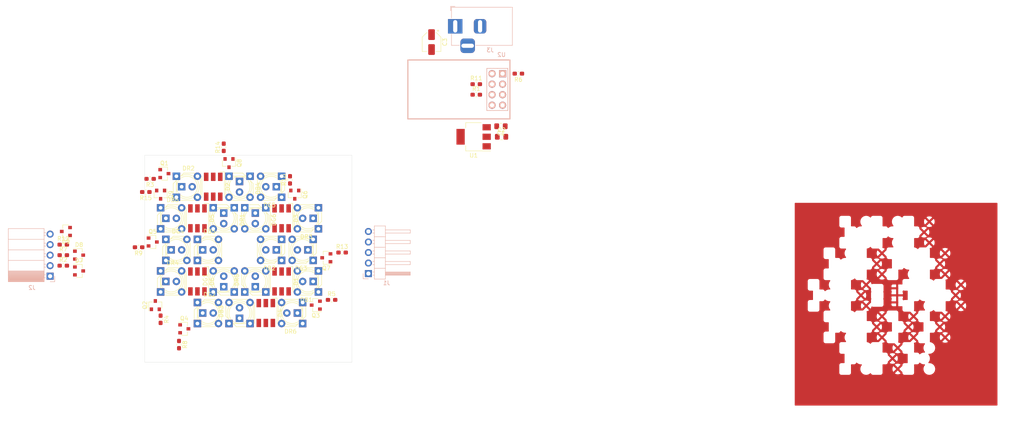
<source format=kicad_pcb>
(kicad_pcb (version 20171130) (host pcbnew 5.1.5)
  (layers (0 F.Cu signal) (31 B.Cu signal) (34 B.Paste user) (35 F.Paste user) (36 B.SilkS user) (37 F.SilkS user) (38 B.Mask user) (39 F.Mask user) (44 Edge.Cuts user))
  (net 0 "")
  (net 1 +7.5V)
  (net 2 GND)
  (net 3 +3V3)
  (net 4 "Net-(D1-Pad6)")
  (net 5 "Net-(D1-Pad5)")
  (net 6 "Net-(D1-Pad4)")
  (net 7 /LB1)
  (net 8 /LG1)
  (net 9 /LR1)
  (net 10 "Net-(D2-Pad6)")
  (net 11 "Net-(D2-Pad5)")
  (net 12 "Net-(D2-Pad4)")
  (net 13 /LB2)
  (net 14 /LG2)
  (net 15 /LR2)
  (net 16 "Net-(D3-Pad6)")
  (net 17 "Net-(D3-Pad5)")
  (net 18 "Net-(D3-Pad4)")
  (net 19 /LB3)
  (net 20 /LG3)
  (net 21 /LR3)
  (net 22 "Net-(D7-Pad3)")
  (net 23 "Net-(D7-Pad1)")
  (net 24 "Net-(D8-Pad1)")
  (net 25 "Net-(D8-Pad3)")
  (net 26 "Net-(D9-Pad3)")
  (net 27 "Net-(D9-Pad1)")
  (net 28 "Net-(DB1-Pad1)")
  (net 29 "Net-(DB3-Pad1)")
  (net 30 "Net-(DB5-Pad1)")
  (net 31 "Net-(DG1-Pad1)")
  (net 32 "Net-(DG3-Pad1)")
  (net 33 "Net-(DG5-Pad1)")
  (net 34 "Net-(DR1-Pad1)")
  (net 35 "Net-(DR3-Pad1)")
  (net 36 "Net-(DR5-Pad1)")
  (net 37 /LED_R)
  (net 38 /LED_G)
  (net 39 /LED_B)
  (net 40 "Net-(Q1-Pad2)")
  (net 41 "Net-(Q2-Pad2)")
  (net 42 "Net-(Q3-Pad2)")
  (net 43 "Net-(Q4-Pad2)")
  (net 44 "Net-(Q5-Pad2)")
  (net 45 "Net-(Q6-Pad2)")
  (net 46 "Net-(Q7-Pad2)")
  (net 47 "Net-(Q8-Pad2)")
  (net 48 "Net-(Q9-Pad2)")
  (net 49 "Net-(U2-Pad8)")
  (module Capacitor_SMD:C_0805_2012Metric_Pad1.15x1.40mm_HandSolder (layer F.Cu) (at 212.97 56.515 180)
    (fp_text reference C1 (at 0 -1.65) (layer F.SilkS))
    (fp_text value 4u7)
    (pad 2 smd roundrect (at 1.025 0 180) (size 1.15 1.4) (layers F.Cu F.Paste F.Mask) (roundrect_rratio 0.217391) (net 1 +7.5V))
    (pad 1 smd roundrect (at -1.025 0 180) (size 1.15 1.4) (layers F.Cu F.Paste F.Mask) (roundrect_rratio 0.217391) (net 2 GND))
  )
  (module Capacitor_SMD:C_0805_2012Metric_Pad1.15x1.40mm_HandSolder (layer F.Cu) (at 213.115 59.055)
    (fp_text reference C2 (at 0 -1.65) (layer F.SilkS))
    (fp_text value 4u7)
    (pad 1 smd roundrect (at -1.025 0) (size 1.15 1.4) (layers F.Cu F.Paste F.Mask) (roundrect_rratio 0.217391) (net 3 +3V3))
    (pad 2 smd roundrect (at 1.025 0) (size 1.15 1.4) (layers F.Cu F.Paste F.Mask) (roundrect_rratio 0.217391) (net 2 GND))
  )
  (module Capacitor_SMD:CP_Elec_4x5.4 (layer F.Cu) (at 196.215 36.195 270)
    (fp_text reference C3 (at 0 -3.2 90) (layer F.SilkS))
    (fp_text value 10u)
    (pad 1 smd roundrect (at -1.8 0 270) (size 2.6 1.6) (layers F.Cu F.Paste F.Mask) (roundrect_rratio 0.15625) (net 1 +7.5V))
    (pad 2 smd roundrect (at 1.8 0 270) (size 2.6 1.6) (layers F.Cu F.Paste F.Mask) (roundrect_rratio 0.15625) (net 2 GND))
  )
  (module LED_SMD:LED_RGB_5050-6 (layer F.Cu) (at 160.02 93.98 270)
    (fp_text reference D1 (at 0 -3.5 270) (layer F.SilkS))
    (fp_text value LED_RGB)
    (pad 6 smd rect (at 2.4 -1.7) (size 1.1 2) (layers F.Cu F.Paste F.Mask) (net 4 "Net-(D1-Pad6)"))
    (pad 5 smd rect (at 2.4 0) (size 1.1 2) (layers F.Cu F.Paste F.Mask) (net 5 "Net-(D1-Pad5)"))
    (pad 4 smd rect (at 2.4 1.7) (size 1.1 2) (layers F.Cu F.Paste F.Mask) (net 6 "Net-(D1-Pad4)"))
    (pad 3 smd rect (at -2.4 1.7) (size 1.1 2) (layers F.Cu F.Paste F.Mask) (net 7 /LB1))
    (pad 2 smd rect (at -2.4 0) (size 1.1 2) (layers F.Cu F.Paste F.Mask) (net 8 /LG1))
    (pad 1 smd rect (at -2.4 -1.7) (size 1.1 2) (layers F.Cu F.Paste F.Mask) (net 9 /LR1))
  )
  (module LED_SMD:LED_RGB_5050-6 (layer F.Cu) (at 143.51 71.12 270)
    (fp_text reference D2 (at 0 -3.5 270) (layer F.SilkS))
    (fp_text value LED_RGB)
    (pad 6 smd rect (at 2.4 -1.7) (size 1.1 2) (layers F.Cu F.Paste F.Mask) (net 10 "Net-(D2-Pad6)"))
    (pad 5 smd rect (at 2.4 0) (size 1.1 2) (layers F.Cu F.Paste F.Mask) (net 11 "Net-(D2-Pad5)"))
    (pad 4 smd rect (at 2.4 1.7) (size 1.1 2) (layers F.Cu F.Paste F.Mask) (net 12 "Net-(D2-Pad4)"))
    (pad 3 smd rect (at -2.4 1.7) (size 1.1 2) (layers F.Cu F.Paste F.Mask) (net 13 /LB2))
    (pad 2 smd rect (at -2.4 0) (size 1.1 2) (layers F.Cu F.Paste F.Mask) (net 14 /LG2))
    (pad 1 smd rect (at -2.4 -1.7) (size 1.1 2) (layers F.Cu F.Paste F.Mask) (net 15 /LR2))
  )
  (module LED_SMD:LED_RGB_5050-6 (layer F.Cu) (at 160.02 78.74 270)
    (fp_text reference D3 (at 0 -3.5 270) (layer F.SilkS))
    (fp_text value LED_RGB)
    (pad 6 smd rect (at 2.4 -1.7) (size 1.1 2) (layers F.Cu F.Paste F.Mask) (net 16 "Net-(D3-Pad6)"))
    (pad 5 smd rect (at 2.4 0) (size 1.1 2) (layers F.Cu F.Paste F.Mask) (net 17 "Net-(D3-Pad5)"))
    (pad 4 smd rect (at 2.4 1.7) (size 1.1 2) (layers F.Cu F.Paste F.Mask) (net 18 "Net-(D3-Pad4)"))
    (pad 3 smd rect (at -2.4 1.7) (size 1.1 2) (layers F.Cu F.Paste F.Mask) (net 19 /LB3))
    (pad 2 smd rect (at -2.4 0) (size 1.1 2) (layers F.Cu F.Paste F.Mask) (net 20 /LG3))
    (pad 1 smd rect (at -2.4 -1.7) (size 1.1 2) (layers F.Cu F.Paste F.Mask) (net 21 /LR3))
  )
  (module LED_SMD:LED_RGB_5050-6 (layer F.Cu) (at 156.21 101.6 270)
    (fp_text reference D4 (at 0 -3.5 270) (layer F.SilkS))
    (fp_text value LED_RGB)
    (pad 1 smd rect (at -2.4 -1.7) (size 1.1 2) (layers F.Cu F.Paste F.Mask) (net 4 "Net-(D1-Pad6)"))
    (pad 2 smd rect (at -2.4 0) (size 1.1 2) (layers F.Cu F.Paste F.Mask) (net 5 "Net-(D1-Pad5)"))
    (pad 3 smd rect (at -2.4 1.7) (size 1.1 2) (layers F.Cu F.Paste F.Mask) (net 6 "Net-(D1-Pad4)"))
    (pad 4 smd rect (at 2.4 1.7) (size 1.1 2) (layers F.Cu F.Paste F.Mask) (net 1 +7.5V))
    (pad 5 smd rect (at 2.4 0) (size 1.1 2) (layers F.Cu F.Paste F.Mask) (net 1 +7.5V))
    (pad 6 smd rect (at 2.4 -1.7) (size 1.1 2) (layers F.Cu F.Paste F.Mask) (net 1 +7.5V))
  )
  (module LED_SMD:LED_RGB_5050-6 (layer F.Cu) (at 139.7 78.74 270)
    (fp_text reference D5 (at 0 -3.5 270) (layer F.SilkS))
    (fp_text value LED_RGB)
    (pad 1 smd rect (at -2.4 -1.7) (size 1.1 2) (layers F.Cu F.Paste F.Mask) (net 10 "Net-(D2-Pad6)"))
    (pad 2 smd rect (at -2.4 0) (size 1.1 2) (layers F.Cu F.Paste F.Mask) (net 11 "Net-(D2-Pad5)"))
    (pad 3 smd rect (at -2.4 1.7) (size 1.1 2) (layers F.Cu F.Paste F.Mask) (net 12 "Net-(D2-Pad4)"))
    (pad 4 smd rect (at 2.4 1.7) (size 1.1 2) (layers F.Cu F.Paste F.Mask) (net 1 +7.5V))
    (pad 5 smd rect (at 2.4 0) (size 1.1 2) (layers F.Cu F.Paste F.Mask) (net 1 +7.5V))
    (pad 6 smd rect (at 2.4 -1.7) (size 1.1 2) (layers F.Cu F.Paste F.Mask) (net 1 +7.5V))
  )
  (module LED_SMD:LED_RGB_5050-6 (layer F.Cu) (at 139.7 93.98 270)
    (fp_text reference D6 (at 0 -3.5 270) (layer F.SilkS))
    (fp_text value LED_RGB)
    (pad 1 smd rect (at -2.4 -1.7) (size 1.1 2) (layers F.Cu F.Paste F.Mask) (net 16 "Net-(D3-Pad6)"))
    (pad 2 smd rect (at -2.4 0) (size 1.1 2) (layers F.Cu F.Paste F.Mask) (net 17 "Net-(D3-Pad5)"))
    (pad 3 smd rect (at -2.4 1.7) (size 1.1 2) (layers F.Cu F.Paste F.Mask) (net 18 "Net-(D3-Pad4)"))
    (pad 4 smd rect (at 2.4 1.7) (size 1.1 2) (layers F.Cu F.Paste F.Mask) (net 1 +7.5V))
    (pad 5 smd rect (at 2.4 0) (size 1.1 2) (layers F.Cu F.Paste F.Mask) (net 1 +7.5V))
    (pad 6 smd rect (at 2.4 -1.7) (size 1.1 2) (layers F.Cu F.Paste F.Mask) (net 1 +7.5V))
  )
  (module Package_TO_SOT_SMD:SOT-23 (layer F.Cu) (at 111.125 91.44)
    (fp_text reference D7 (at 0 -2.5) (layer F.SilkS))
    (fp_text value BAV99)
    (pad 3 smd rect (at 1 0) (size 0.9 0.8) (layers F.Cu F.Paste F.Mask) (net 22 "Net-(D7-Pad3)"))
    (pad 2 smd rect (at -1 0.95) (size 0.9 0.8) (layers F.Cu F.Paste F.Mask) (net 2 GND))
    (pad 1 smd rect (at -1 -0.95) (size 0.9 0.8) (layers F.Cu F.Paste F.Mask) (net 23 "Net-(D7-Pad1)"))
  )
  (module Package_TO_SOT_SMD:SOT-23 (layer F.Cu) (at 111.125 87.63)
    (fp_text reference D8 (at 0 -2.5) (layer F.SilkS))
    (fp_text value BAV99)
    (pad 1 smd rect (at -1 -0.95) (size 0.9 0.8) (layers F.Cu F.Paste F.Mask) (net 24 "Net-(D8-Pad1)"))
    (pad 2 smd rect (at -1 0.95) (size 0.9 0.8) (layers F.Cu F.Paste F.Mask) (net 2 GND))
    (pad 3 smd rect (at 1 0) (size 0.9 0.8) (layers F.Cu F.Paste F.Mask) (net 25 "Net-(D8-Pad3)"))
  )
  (module Package_TO_SOT_SMD:SOT-23 (layer F.Cu) (at 107.95 81.915 180)
    (fp_text reference D9 (at 0 -2.5) (layer F.SilkS))
    (fp_text value BAV99)
    (pad 3 smd rect (at 1 0 180) (size 0.9 0.8) (layers F.Cu F.Paste F.Mask) (net 26 "Net-(D9-Pad3)"))
    (pad 2 smd rect (at -1 0.95 180) (size 0.9 0.8) (layers F.Cu F.Paste F.Mask) (net 2 GND))
    (pad 1 smd rect (at -1 -0.95 180) (size 0.9 0.8) (layers F.Cu F.Paste F.Mask) (net 27 "Net-(D9-Pad1)"))
  )
  (module Connector_PinHeader_2.54mm:PinHeader_1x05_P2.54mm_Horizontal (layer B.Cu) (at 180.975 92.075)
    (fp_text reference J1 (at 4.385 2.27) (layer B.SilkS) (effects (justify mirror)))
    (fp_text value Conn_01x05_Male)
    (pad 1 thru_hole rect (at 0 0) (size 1.7 1.7) (drill 1) (layers *.Cu *.Mask) (net 1 +7.5V))
    (pad 2 thru_hole oval (at 0 -2.54) (size 1.7 1.7) (drill 1) (layers *.Cu *.Mask) (net 37 /LED_R))
    (pad 3 thru_hole oval (at 0 -5.08) (size 1.7 1.7) (drill 1) (layers *.Cu *.Mask) (net 38 /LED_G))
    (pad 4 thru_hole oval (at 0 -7.62) (size 1.7 1.7) (drill 1) (layers *.Cu *.Mask) (net 39 /LED_B))
    (pad 5 thru_hole oval (at 0 -10.16) (size 1.7 1.7) (drill 1) (layers *.Cu *.Mask) (net 2 GND))
  )
  (module Connector_PinSocket_2.54mm:PinSocket_1x05_P2.54mm_Horizontal (layer B.Cu) (at 104.14 92.71)
    (fp_text reference J2 (at -4.38 2.77) (layer B.SilkS) (effects (justify mirror)))
    (fp_text value Conn_01x05_Female)
    (pad 1 thru_hole rect (at 0 0) (size 1.7 1.7) (drill 1) (layers *.Cu *.Mask) (net 1 +7.5V))
    (pad 2 thru_hole oval (at 0 -2.54) (size 1.7 1.7) (drill 1) (layers *.Cu *.Mask) (net 37 /LED_R))
    (pad 3 thru_hole oval (at 0 -5.08) (size 1.7 1.7) (drill 1) (layers *.Cu *.Mask) (net 38 /LED_G))
    (pad 4 thru_hole oval (at 0 -7.62) (size 1.7 1.7) (drill 1) (layers *.Cu *.Mask) (net 39 /LED_B))
    (pad 5 thru_hole oval (at 0 -10.16) (size 1.7 1.7) (drill 1) (layers *.Cu *.Mask) (net 2 GND))
  )
  (module Connector_BarrelJack:BarrelJack_Horizontal (layer B.Cu) (at 201.93 32.385 180)
    (fp_text reference J3 (at -8.45 -5.75) (layer B.SilkS) (effects (justify mirror)))
    (fp_text value Barrel_Jack_Switch)
    (pad 1 thru_hole rect (at 0 0 180) (size 3.5 3.5) (drill oval 1 3) (layers *.Cu *.Mask) (net 1 +7.5V))
    (pad 2 thru_hole roundrect (at -6 0 180) (size 3 3.5) (drill oval 1 3) (layers *.Cu *.Mask) (net 2 GND))
    (pad 3 thru_hole roundrect (at -3 -4.7 180) (size 3.5 3.5) (drill oval 3 1) (layers *.Cu *.Mask) (net 2 GND))
  )
  (module Package_TO_SOT_SMD:SOT-23 (layer F.Cu) (at 131.715 67.945)
    (fp_text reference Q1 (at 0 -2.5) (layer F.SilkS))
    (fp_text value BC847)
    (pad 3 smd rect (at 1 0) (size 0.9 0.8) (layers F.Cu F.Paste F.Mask) (net 9 /LR1))
    (pad 2 smd rect (at -1 0.95) (size 0.9 0.8) (layers F.Cu F.Paste F.Mask) (net 40 "Net-(Q1-Pad2)"))
    (pad 1 smd rect (at -1 -0.95) (size 0.9 0.8) (layers F.Cu F.Paste F.Mask) (net 23 "Net-(D7-Pad1)"))
  )
  (module Package_TO_SOT_SMD:SOT-23 (layer F.Cu) (at 129.54 99.695 90)
    (fp_text reference Q2 (at 0 -2.5 90) (layer F.SilkS))
    (fp_text value BC847)
    (pad 1 smd rect (at -1 -0.95 90) (size 0.9 0.8) (layers F.Cu F.Paste F.Mask) (net 23 "Net-(D7-Pad1)"))
    (pad 2 smd rect (at -1 0.95 90) (size 0.9 0.8) (layers F.Cu F.Paste F.Mask) (net 41 "Net-(Q2-Pad2)"))
    (pad 3 smd rect (at 1 0 90) (size 0.9 0.8) (layers F.Cu F.Paste F.Mask) (net 15 /LR2))
  )
  (module Package_TO_SOT_SMD:SOT-23 (layer F.Cu) (at 168.275 99.695 180)
    (fp_text reference Q3 (at 0 -2.5) (layer F.SilkS))
    (fp_text value BC847)
    (pad 1 smd rect (at -1 -0.95 180) (size 0.9 0.8) (layers F.Cu F.Paste F.Mask) (net 23 "Net-(D7-Pad1)"))
    (pad 2 smd rect (at -1 0.95 180) (size 0.9 0.8) (layers F.Cu F.Paste F.Mask) (net 42 "Net-(Q3-Pad2)"))
    (pad 3 smd rect (at 1 0 180) (size 0.9 0.8) (layers F.Cu F.Paste F.Mask) (net 21 /LR3))
  )
  (module Package_TO_SOT_SMD:SOT-23 (layer F.Cu) (at 136.525 105.41)
    (fp_text reference Q4 (at 0 -2.5) (layer F.SilkS))
    (fp_text value BC847)
    (pad 1 smd rect (at -1 -0.95) (size 0.9 0.8) (layers F.Cu F.Paste F.Mask) (net 24 "Net-(D8-Pad1)"))
    (pad 2 smd rect (at -1 0.95) (size 0.9 0.8) (layers F.Cu F.Paste F.Mask) (net 43 "Net-(Q4-Pad2)"))
    (pad 3 smd rect (at 1 0) (size 0.9 0.8) (layers F.Cu F.Paste F.Mask) (net 8 /LG1))
  )
  (module Package_TO_SOT_SMD:SOT-23 (layer F.Cu) (at 128.905 84.455)
    (fp_text reference Q5 (at 0 -2.5) (layer F.SilkS))
    (fp_text value BC847)
    (pad 3 smd rect (at 1 0) (size 0.9 0.8) (layers F.Cu F.Paste F.Mask) (net 14 /LG2))
    (pad 2 smd rect (at -1 0.95) (size 0.9 0.8) (layers F.Cu F.Paste F.Mask) (net 44 "Net-(Q5-Pad2)"))
    (pad 1 smd rect (at -1 -0.95) (size 0.9 0.8) (layers F.Cu F.Paste F.Mask) (net 24 "Net-(D8-Pad1)"))
  )
  (module Package_TO_SOT_SMD:SOT-23 (layer F.Cu) (at 163.195 73.025 270)
    (fp_text reference Q6 (at 0 -2.5 90) (layer F.SilkS))
    (fp_text value BC847)
    (pad 1 smd rect (at -1 -0.95 270) (size 0.9 0.8) (layers F.Cu F.Paste F.Mask) (net 24 "Net-(D8-Pad1)"))
    (pad 2 smd rect (at -1 0.95 270) (size 0.9 0.8) (layers F.Cu F.Paste F.Mask) (net 45 "Net-(Q6-Pad2)"))
    (pad 3 smd rect (at 1 0 270) (size 0.9 0.8) (layers F.Cu F.Paste F.Mask) (net 20 /LG3))
  )
  (module Package_TO_SOT_SMD:SOT-23 (layer F.Cu) (at 170.815 88.265 180)
    (fp_text reference Q7 (at 0 -2.5) (layer F.SilkS))
    (fp_text value BC847)
    (pad 3 smd rect (at 1 0 180) (size 0.9 0.8) (layers F.Cu F.Paste F.Mask) (net 7 /LB1))
    (pad 2 smd rect (at -1 0.95 180) (size 0.9 0.8) (layers F.Cu F.Paste F.Mask) (net 46 "Net-(Q7-Pad2)"))
    (pad 1 smd rect (at -1 -0.95 180) (size 0.9 0.8) (layers F.Cu F.Paste F.Mask) (net 27 "Net-(D9-Pad1)"))
  )
  (module Package_TO_SOT_SMD:SOT-23 (layer F.Cu) (at 147.32 65.405 270)
    (fp_text reference Q8 (at 0 -2.5 90) (layer F.SilkS))
    (fp_text value BC847)
    (pad 3 smd rect (at 1 0 270) (size 0.9 0.8) (layers F.Cu F.Paste F.Mask) (net 13 /LB2))
    (pad 2 smd rect (at -1 0.95 270) (size 0.9 0.8) (layers F.Cu F.Paste F.Mask) (net 47 "Net-(Q8-Pad2)"))
    (pad 1 smd rect (at -1 -0.95 270) (size 0.9 0.8) (layers F.Cu F.Paste F.Mask) (net 27 "Net-(D9-Pad1)"))
  )
  (module Package_TO_SOT_SMD:SOT-23 (layer F.Cu) (at 130.81 73.025 270)
    (fp_text reference Q9 (at 0 -2.5 90) (layer F.SilkS))
    (fp_text value BC847)
    (pad 1 smd rect (at -1 -0.95 270) (size 0.9 0.8) (layers F.Cu F.Paste F.Mask) (net 27 "Net-(D9-Pad1)"))
    (pad 2 smd rect (at -1 0.95 270) (size 0.9 0.8) (layers F.Cu F.Paste F.Mask) (net 48 "Net-(Q9-Pad2)"))
    (pad 3 smd rect (at 1 0 270) (size 0.9 0.8) (layers F.Cu F.Paste F.Mask) (net 19 /LB3))
  )
  (module Resistor_SMD:R_0603_1608Metric_Pad1.05x0.95mm_HandSolder (layer F.Cu) (at 207.01 48.895)
    (fp_text reference R1 (at 0 -1.43) (layer F.SilkS))
    (fp_text value 10k)
    (pad 1 smd roundrect (at -0.875 0) (size 1.05 0.95) (layers F.Cu F.Paste F.Mask) (net 3 +3V3))
    (pad 2 smd roundrect (at 0.875 0) (size 1.05 0.95) (layers F.Cu F.Paste F.Mask) (net 37 /LED_R))
  )
  (module Resistor_SMD:R_0603_1608Metric_Pad1.05x0.95mm_HandSolder (layer F.Cu) (at 107.315 90.17)
    (fp_text reference R2 (at 0 -1.43) (layer F.SilkS))
    (fp_text value 1k)
    (pad 2 smd roundrect (at 0.875 0) (size 1.05 0.95) (layers F.Cu F.Paste F.Mask) (net 23 "Net-(D7-Pad1)"))
    (pad 1 smd roundrect (at -0.875 0) (size 1.05 0.95) (layers F.Cu F.Paste F.Mask) (net 37 /LED_R))
  )
  (module Resistor_SMD:R_0603_1608Metric_Pad1.05x0.95mm_HandSolder (layer F.Cu) (at 128.27 69.215 180)
    (fp_text reference R3 (at 0 -1.43) (layer F.SilkS))
    (fp_text value 42R2)
    (pad 2 smd roundrect (at 0.875 0 180) (size 1.05 0.95) (layers F.Cu F.Paste F.Mask) (net 2 GND))
    (pad 1 smd roundrect (at -0.875 0 180) (size 1.05 0.95) (layers F.Cu F.Paste F.Mask) (net 40 "Net-(Q1-Pad2)"))
  )
  (module Resistor_SMD:R_0603_1608Metric_Pad1.05x0.95mm_HandSolder (layer F.Cu) (at 130.81 103.11 270)
    (fp_text reference R4 (at 0 -1.43 90) (layer F.SilkS))
    (fp_text value 42R2)
    (pad 1 smd roundrect (at -0.875 0 270) (size 1.05 0.95) (layers F.Cu F.Paste F.Mask) (net 41 "Net-(Q2-Pad2)"))
    (pad 2 smd roundrect (at 0.875 0 270) (size 1.05 0.95) (layers F.Cu F.Paste F.Mask) (net 2 GND))
  )
  (module Resistor_SMD:R_0603_1608Metric_Pad1.05x0.95mm_HandSolder (layer F.Cu) (at 172.085 98.425)
    (fp_text reference R5 (at 0 -1.43) (layer F.SilkS))
    (fp_text value 42R2)
    (pad 2 smd roundrect (at 0.875 0) (size 1.05 0.95) (layers F.Cu F.Paste F.Mask) (net 2 GND))
    (pad 1 smd roundrect (at -0.875 0) (size 1.05 0.95) (layers F.Cu F.Paste F.Mask) (net 42 "Net-(Q3-Pad2)"))
  )
  (module Resistor_SMD:R_0603_1608Metric_Pad1.05x0.95mm_HandSolder (layer F.Cu) (at 217.17 43.815 180)
    (fp_text reference R6 (at 0 -1.43) (layer F.SilkS))
    (fp_text value 10k)
    (pad 2 smd roundrect (at 0.875 0 180) (size 1.05 0.95) (layers F.Cu F.Paste F.Mask) (net 38 /LED_G))
    (pad 1 smd roundrect (at -0.875 0 180) (size 1.05 0.95) (layers F.Cu F.Paste F.Mask) (net 3 +3V3))
  )
  (module Resistor_SMD:R_0603_1608Metric_Pad1.05x0.95mm_HandSolder (layer F.Cu) (at 107.315 87.63)
    (fp_text reference R7 (at 0 -1.43) (layer F.SilkS))
    (fp_text value 1k)
    (pad 1 smd roundrect (at -0.875 0) (size 1.05 0.95) (layers F.Cu F.Paste F.Mask) (net 38 /LED_G))
    (pad 2 smd roundrect (at 0.875 0) (size 1.05 0.95) (layers F.Cu F.Paste F.Mask) (net 24 "Net-(D8-Pad1)"))
  )
  (module Resistor_SMD:R_0603_1608Metric_Pad1.05x0.95mm_HandSolder (layer F.Cu) (at 135.255 109.22 270)
    (fp_text reference R8 (at 0 -1.43 90) (layer F.SilkS))
    (fp_text value 42R2)
    (pad 1 smd roundrect (at -0.875 0 270) (size 1.05 0.95) (layers F.Cu F.Paste F.Mask) (net 43 "Net-(Q4-Pad2)"))
    (pad 2 smd roundrect (at 0.875 0 270) (size 1.05 0.95) (layers F.Cu F.Paste F.Mask) (net 2 GND))
  )
  (module Resistor_SMD:R_0603_1608Metric_Pad1.05x0.95mm_HandSolder (layer F.Cu) (at 125.49 85.725 180)
    (fp_text reference R9 (at 0 -1.43) (layer F.SilkS))
    (fp_text value 42R2)
    (pad 2 smd roundrect (at 0.875 0 180) (size 1.05 0.95) (layers F.Cu F.Paste F.Mask) (net 2 GND))
    (pad 1 smd roundrect (at -0.875 0 180) (size 1.05 0.95) (layers F.Cu F.Paste F.Mask) (net 44 "Net-(Q5-Pad2)"))
  )
  (module Resistor_SMD:R_0603_1608Metric_Pad1.05x0.95mm_HandSolder (layer F.Cu) (at 162.052 69.455 90)
    (fp_text reference R10 (at 0 -1.43 90) (layer F.SilkS))
    (fp_text value 42R2)
    (pad 1 smd roundrect (at -0.875 0 90) (size 1.05 0.95) (layers F.Cu F.Paste F.Mask) (net 45 "Net-(Q6-Pad2)"))
    (pad 2 smd roundrect (at 0.875 0 90) (size 1.05 0.95) (layers F.Cu F.Paste F.Mask) (net 2 GND))
  )
  (module Resistor_SMD:R_0603_1608Metric_Pad1.05x0.95mm_HandSolder (layer F.Cu) (at 207.01 46.355)
    (fp_text reference R11 (at 0 -1.43) (layer F.SilkS))
    (fp_text value 10k)
    (pad 2 smd roundrect (at 0.875 0) (size 1.05 0.95) (layers F.Cu F.Paste F.Mask) (net 39 /LED_B))
    (pad 1 smd roundrect (at -0.875 0) (size 1.05 0.95) (layers F.Cu F.Paste F.Mask) (net 3 +3V3))
  )
  (module Resistor_SMD:R_0603_1608Metric_Pad1.05x0.95mm_HandSolder (layer F.Cu) (at 107.315 85.09)
    (fp_text reference R12 (at 0 -1.43) (layer F.SilkS))
    (fp_text value 1k)
    (pad 1 smd roundrect (at -0.875 0) (size 1.05 0.95) (layers F.Cu F.Paste F.Mask) (net 39 /LED_B))
    (pad 2 smd roundrect (at 0.875 0) (size 1.05 0.95) (layers F.Cu F.Paste F.Mask) (net 27 "Net-(D9-Pad1)"))
  )
  (module Resistor_SMD:R_0603_1608Metric_Pad1.05x0.95mm_HandSolder (layer F.Cu) (at 174.625 86.995)
    (fp_text reference R13 (at 0 -1.43) (layer F.SilkS))
    (fp_text value 42R2)
    (pad 1 smd roundrect (at -0.875 0) (size 1.05 0.95) (layers F.Cu F.Paste F.Mask) (net 46 "Net-(Q7-Pad2)"))
    (pad 2 smd roundrect (at 0.875 0) (size 1.05 0.95) (layers F.Cu F.Paste F.Mask) (net 2 GND))
  )
  (module Resistor_SMD:R_0603_1608Metric_Pad1.05x0.95mm_HandSolder (layer F.Cu) (at 146.05 61.595 90)
    (fp_text reference R14 (at 0 -1.43 90) (layer F.SilkS))
    (fp_text value 42R2)
    (pad 1 smd roundrect (at -0.875 0 90) (size 1.05 0.95) (layers F.Cu F.Paste F.Mask) (net 47 "Net-(Q8-Pad2)"))
    (pad 2 smd roundrect (at 0.875 0 90) (size 1.05 0.95) (layers F.Cu F.Paste F.Mask) (net 2 GND))
  )
  (module Resistor_SMD:R_0603_1608Metric_Pad1.05x0.95mm_HandSolder (layer F.Cu) (at 127.24 72.39 180)
    (fp_text reference R15 (at 0 -1.43) (layer F.SilkS))
    (fp_text value 42R2)
    (pad 2 smd roundrect (at 0.875 0 180) (size 1.05 0.95) (layers F.Cu F.Paste F.Mask) (net 2 GND))
    (pad 1 smd roundrect (at -0.875 0 180) (size 1.05 0.95) (layers F.Cu F.Paste F.Mask) (net 48 "Net-(Q9-Pad2)"))
  )
  (module Package_TO_SOT_SMD:SOT-223-3_TabPin2 (layer F.Cu) (at 206.375 59.055 180)
    (fp_text reference U1 (at 0 -4.5) (layer F.SilkS))
    (fp_text value AP1117-33)
    (pad 2 smd rect (at 3.15 0 180) (size 2 3.8) (layers F.Cu F.Paste F.Mask) (net 3 +3V3))
    (pad 2 smd rect (at -3.15 0 180) (size 2 1.5) (layers F.Cu F.Paste F.Mask) (net 3 +3V3))
    (pad 3 smd rect (at -3.15 2.3 180) (size 2 1.5) (layers F.Cu F.Paste F.Mask) (net 1 +7.5V))
    (pad 1 smd rect (at -3.15 -2.3 180) (size 2 1.5) (layers F.Cu F.Paste F.Mask) (net 2 GND))
  )
  (module ESP8266:ESP-01 (layer B.Cu) (at 213.36 43.815 180)
    (fp_text reference U2 (at 0.254 4.572) (layer B.SilkS) (effects (justify mirror)))
    (fp_text value ESP-01v090)
    (pad 1 thru_hole rect (at 0 0 180) (size 1.7272 1.7272) (drill 1.016) (layers *.Cu *.Mask B.SilkS) (net 38 /LED_G))
    (pad 2 thru_hole oval (at 2.54 0 180) (size 1.7272 1.7272) (drill 1.016) (layers *.Cu *.Mask B.SilkS) (net 2 GND))
    (pad 3 thru_hole oval (at 0 -2.54 180) (size 1.7272 1.7272) (drill 1.016) (layers *.Cu *.Mask B.SilkS) (net 3 +3V3))
    (pad 4 thru_hole oval (at 2.54 -2.54 180) (size 1.7272 1.7272) (drill 1.016) (layers *.Cu *.Mask B.SilkS) (net 39 /LED_B))
    (pad 5 thru_hole oval (at 0 -5.08 180) (size 1.7272 1.7272) (drill 1.016) (layers *.Cu *.Mask B.SilkS) (net 3 +3V3))
    (pad 6 thru_hole oval (at 2.54 -5.08 180) (size 1.7272 1.7272) (drill 1.016) (layers *.Cu *.Mask B.SilkS) (net 37 /LED_R))
    (pad 7 thru_hole oval (at 0 -7.62 180) (size 1.7272 1.7272) (drill 1.016) (layers *.Cu *.Mask B.SilkS) (net 3 +3V3))
    (pad 8 thru_hole oval (at 2.54 -7.62 180) (size 1.7272 1.7272) (drill 1.016) (layers *.Cu *.Mask B.SilkS) (net 49 "Net-(U2-Pad8)"))
  )
  (module LED_Special:LED_SuperFlux_5x5_4pin_D5.00mm_combi (layer F.Cu) (at 167.64 93.98 180)
    (fp_text reference DB1 (at 1.651 -4.445) (layer F.SilkS))
    (fp_text value LED)
    (pad 2 thru_hole circle (at 3.81 2.54 180) (size 1.8 1.8) (drill 0.9) (layers *.Cu *.Mask) (net 1 +7.5V))
    (pad 2 thru_hole circle (at 3.81 -2.54 180) (size 1.8 1.8) (drill 0.9) (layers *.Cu *.Mask) (net 1 +7.5V))
    (pad 1 thru_hole rect (at -1.27 2.54 180) (size 1.8 1.8) (drill 0.9) (layers *.Cu *.Mask) (net 28 "Net-(DB1-Pad1)"))
    (pad 1 thru_hole rect (at -1.27 -2.54 180) (size 1.8 1.8) (drill 0.9) (layers *.Cu *.Mask) (net 28 "Net-(DB1-Pad1)"))
    (pad 2 thru_hole circle (at 2.54 0 180) (size 1.8 1.8) (drill 0.9) (layers *.Cu *.Mask) (net 1 +7.5V))
    (pad 1 thru_hole rect (at 0 0 180) (size 1.8 1.8) (drill 0.9) (layers *.Cu *.Mask) (net 28 "Net-(DB1-Pad1)"))
  )
  (module LED_Special:LED_SuperFlux_5x5_4pin_D5.00mm_combi (layer F.Cu) (at 158.75 86.36 180)
    (fp_text reference DB2 (at 1.651 -4.445) (layer F.SilkS))
    (fp_text value LED)
    (pad 2 thru_hole circle (at 3.81 2.54 180) (size 1.8 1.8) (drill 0.9) (layers *.Cu *.Mask) (net 28 "Net-(DB1-Pad1)"))
    (pad 2 thru_hole circle (at 3.81 -2.54 180) (size 1.8 1.8) (drill 0.9) (layers *.Cu *.Mask) (net 28 "Net-(DB1-Pad1)"))
    (pad 1 thru_hole rect (at -1.27 2.54 180) (size 1.8 1.8) (drill 0.9) (layers *.Cu *.Mask) (net 7 /LB1))
    (pad 1 thru_hole rect (at -1.27 -2.54 180) (size 1.8 1.8) (drill 0.9) (layers *.Cu *.Mask) (net 7 /LB1))
    (pad 2 thru_hole circle (at 2.54 0 180) (size 1.8 1.8) (drill 0.9) (layers *.Cu *.Mask) (net 28 "Net-(DB1-Pad1)"))
    (pad 1 thru_hole rect (at 0 0 180) (size 1.8 1.8) (drill 0.9) (layers *.Cu *.Mask) (net 7 /LB1))
  )
  (module LED_Special:LED_SuperFlux_5x5_4pin_D5.00mm_combi (layer F.Cu) (at 149.86 102.87 90)
    (fp_text reference DB3 (at 1.651 -4.445 90) (layer F.SilkS))
    (fp_text value LED)
    (pad 2 thru_hole circle (at 3.81 2.54 90) (size 1.8 1.8) (drill 0.9) (layers *.Cu *.Mask) (net 1 +7.5V))
    (pad 2 thru_hole circle (at 3.81 -2.54 90) (size 1.8 1.8) (drill 0.9) (layers *.Cu *.Mask) (net 1 +7.5V))
    (pad 1 thru_hole rect (at -1.27 2.54 90) (size 1.8 1.8) (drill 0.9) (layers *.Cu *.Mask) (net 29 "Net-(DB3-Pad1)"))
    (pad 1 thru_hole rect (at -1.27 -2.54 90) (size 1.8 1.8) (drill 0.9) (layers *.Cu *.Mask) (net 29 "Net-(DB3-Pad1)"))
    (pad 2 thru_hole circle (at 2.54 0 90) (size 1.8 1.8) (drill 0.9) (layers *.Cu *.Mask) (net 1 +7.5V))
    (pad 1 thru_hole rect (at 0 0 90) (size 1.8 1.8) (drill 0.9) (layers *.Cu *.Mask) (net 29 "Net-(DB3-Pad1)"))
  )
  (module LED_Special:LED_SuperFlux_5x5_4pin_D5.00mm_combi (layer F.Cu) (at 149.86 69.85 270)
    (fp_text reference DB4 (at 1.651 -4.445 90) (layer F.SilkS))
    (fp_text value LED)
    (pad 2 thru_hole circle (at 3.81 2.54 270) (size 1.8 1.8) (drill 0.9) (layers *.Cu *.Mask) (net 29 "Net-(DB3-Pad1)"))
    (pad 2 thru_hole circle (at 3.81 -2.54 270) (size 1.8 1.8) (drill 0.9) (layers *.Cu *.Mask) (net 29 "Net-(DB3-Pad1)"))
    (pad 1 thru_hole rect (at -1.27 2.54 270) (size 1.8 1.8) (drill 0.9) (layers *.Cu *.Mask) (net 13 /LB2))
    (pad 1 thru_hole rect (at -1.27 -2.54 270) (size 1.8 1.8) (drill 0.9) (layers *.Cu *.Mask) (net 13 /LB2))
    (pad 2 thru_hole circle (at 2.54 0 270) (size 1.8 1.8) (drill 0.9) (layers *.Cu *.Mask) (net 29 "Net-(DB3-Pad1)"))
    (pad 1 thru_hole rect (at 0 0 270) (size 1.8 1.8) (drill 0.9) (layers *.Cu *.Mask) (net 13 /LB2))
  )
  (module LED_Special:LED_SuperFlux_5x5_4pin_D5.00mm_combi (layer F.Cu) (at 140.97 86.36)
    (fp_text reference DB5 (at 1.651 -4.445) (layer F.SilkS))
    (fp_text value LED)
    (pad 2 thru_hole circle (at 3.81 2.54) (size 1.8 1.8) (drill 0.9) (layers *.Cu *.Mask) (net 1 +7.5V))
    (pad 2 thru_hole circle (at 3.81 -2.54) (size 1.8 1.8) (drill 0.9) (layers *.Cu *.Mask) (net 1 +7.5V))
    (pad 1 thru_hole rect (at -1.27 2.54) (size 1.8 1.8) (drill 0.9) (layers *.Cu *.Mask) (net 30 "Net-(DB5-Pad1)"))
    (pad 1 thru_hole rect (at -1.27 -2.54) (size 1.8 1.8) (drill 0.9) (layers *.Cu *.Mask) (net 30 "Net-(DB5-Pad1)"))
    (pad 2 thru_hole circle (at 2.54 0) (size 1.8 1.8) (drill 0.9) (layers *.Cu *.Mask) (net 1 +7.5V))
    (pad 1 thru_hole rect (at 0 0) (size 1.8 1.8) (drill 0.9) (layers *.Cu *.Mask) (net 30 "Net-(DB5-Pad1)"))
  )
  (module LED_Special:LED_SuperFlux_5x5_4pin_D5.00mm_combi (layer F.Cu) (at 132.08 78.74)
    (fp_text reference DB6 (at 1.651 -4.445) (layer F.SilkS))
    (fp_text value LED)
    (pad 1 thru_hole rect (at 0 0) (size 1.8 1.8) (drill 0.9) (layers *.Cu *.Mask) (net 19 /LB3))
    (pad 2 thru_hole circle (at 2.54 0) (size 1.8 1.8) (drill 0.9) (layers *.Cu *.Mask) (net 30 "Net-(DB5-Pad1)"))
    (pad 1 thru_hole rect (at -1.27 -2.54) (size 1.8 1.8) (drill 0.9) (layers *.Cu *.Mask) (net 19 /LB3))
    (pad 1 thru_hole rect (at -1.27 2.54) (size 1.8 1.8) (drill 0.9) (layers *.Cu *.Mask) (net 19 /LB3))
    (pad 2 thru_hole circle (at 3.81 -2.54) (size 1.8 1.8) (drill 0.9) (layers *.Cu *.Mask) (net 30 "Net-(DB5-Pad1)"))
    (pad 2 thru_hole circle (at 3.81 2.54) (size 1.8 1.8) (drill 0.9) (layers *.Cu *.Mask) (net 30 "Net-(DB5-Pad1)"))
  )
  (module LED_Special:LED_SuperFlux_5x5_4pin_D5.00mm_combi (layer F.Cu) (at 146.05 95.25 90)
    (fp_text reference DG1 (at 1.651 -4.445 90) (layer F.SilkS))
    (fp_text value LED)
    (pad 2 thru_hole circle (at 3.81 2.54 90) (size 1.8 1.8) (drill 0.9) (layers *.Cu *.Mask) (net 1 +7.5V))
    (pad 2 thru_hole circle (at 3.81 -2.54 90) (size 1.8 1.8) (drill 0.9) (layers *.Cu *.Mask) (net 1 +7.5V))
    (pad 1 thru_hole rect (at -1.27 2.54 90) (size 1.8 1.8) (drill 0.9) (layers *.Cu *.Mask) (net 31 "Net-(DG1-Pad1)"))
    (pad 1 thru_hole rect (at -1.27 -2.54 90) (size 1.8 1.8) (drill 0.9) (layers *.Cu *.Mask) (net 31 "Net-(DG1-Pad1)"))
    (pad 2 thru_hole circle (at 2.54 0 90) (size 1.8 1.8) (drill 0.9) (layers *.Cu *.Mask) (net 1 +7.5V))
    (pad 1 thru_hole rect (at 0 0 90) (size 1.8 1.8) (drill 0.9) (layers *.Cu *.Mask) (net 31 "Net-(DG1-Pad1)"))
  )
  (module LED_Special:LED_SuperFlux_5x5_4pin_D5.00mm_combi (layer F.Cu) (at 140.97 101.6)
    (fp_text reference DG2 (at 1.651 -4.445) (layer F.SilkS))
    (fp_text value LED)
    (pad 1 thru_hole rect (at 0 0) (size 1.8 1.8) (drill 0.9) (layers *.Cu *.Mask) (net 8 /LG1))
    (pad 2 thru_hole circle (at 2.54 0) (size 1.8 1.8) (drill 0.9) (layers *.Cu *.Mask) (net 31 "Net-(DG1-Pad1)"))
    (pad 1 thru_hole rect (at -1.27 -2.54) (size 1.8 1.8) (drill 0.9) (layers *.Cu *.Mask) (net 8 /LG1))
    (pad 1 thru_hole rect (at -1.27 2.54) (size 1.8 1.8) (drill 0.9) (layers *.Cu *.Mask) (net 8 /LG1))
    (pad 2 thru_hole circle (at 3.81 -2.54) (size 1.8 1.8) (drill 0.9) (layers *.Cu *.Mask) (net 31 "Net-(DG1-Pad1)"))
    (pad 2 thru_hole circle (at 3.81 2.54) (size 1.8 1.8) (drill 0.9) (layers *.Cu *.Mask) (net 31 "Net-(DG1-Pad1)"))
  )
  (module LED_Special:LED_SuperFlux_5x5_4pin_D5.00mm_combi (layer F.Cu) (at 166.37 86.36 180)
    (fp_text reference DG3 (at 1.651 -4.445) (layer F.SilkS))
    (fp_text value LED)
    (pad 1 thru_hole rect (at 0 0 180) (size 1.8 1.8) (drill 0.9) (layers *.Cu *.Mask) (net 32 "Net-(DG3-Pad1)"))
    (pad 2 thru_hole circle (at 2.54 0 180) (size 1.8 1.8) (drill 0.9) (layers *.Cu *.Mask) (net 1 +7.5V))
    (pad 1 thru_hole rect (at -1.27 -2.54 180) (size 1.8 1.8) (drill 0.9) (layers *.Cu *.Mask) (net 32 "Net-(DG3-Pad1)"))
    (pad 1 thru_hole rect (at -1.27 2.54 180) (size 1.8 1.8) (drill 0.9) (layers *.Cu *.Mask) (net 32 "Net-(DG3-Pad1)"))
    (pad 2 thru_hole circle (at 3.81 -2.54 180) (size 1.8 1.8) (drill 0.9) (layers *.Cu *.Mask) (net 1 +7.5V))
    (pad 2 thru_hole circle (at 3.81 2.54 180) (size 1.8 1.8) (drill 0.9) (layers *.Cu *.Mask) (net 1 +7.5V))
  )
  (module LED_Special:LED_SuperFlux_5x5_4pin_D5.00mm_combi (layer F.Cu) (at 133.35 86.36)
    (fp_text reference DG4 (at 1.651 -4.445) (layer F.SilkS))
    (fp_text value LED)
    (pad 1 thru_hole rect (at 0 0) (size 1.8 1.8) (drill 0.9) (layers *.Cu *.Mask) (net 14 /LG2))
    (pad 2 thru_hole circle (at 2.54 0) (size 1.8 1.8) (drill 0.9) (layers *.Cu *.Mask) (net 32 "Net-(DG3-Pad1)"))
    (pad 1 thru_hole rect (at -1.27 -2.54) (size 1.8 1.8) (drill 0.9) (layers *.Cu *.Mask) (net 14 /LG2))
    (pad 1 thru_hole rect (at -1.27 2.54) (size 1.8 1.8) (drill 0.9) (layers *.Cu *.Mask) (net 14 /LG2))
    (pad 2 thru_hole circle (at 3.81 -2.54) (size 1.8 1.8) (drill 0.9) (layers *.Cu *.Mask) (net 32 "Net-(DG3-Pad1)"))
    (pad 2 thru_hole circle (at 3.81 2.54) (size 1.8 1.8) (drill 0.9) (layers *.Cu *.Mask) (net 32 "Net-(DG3-Pad1)"))
  )
  (module LED_Special:LED_SuperFlux_5x5_4pin_D5.00mm_combi (layer F.Cu) (at 158.75 71.12 180)
    (fp_text reference DG5 (at 1.651 -4.445) (layer F.SilkS))
    (fp_text value LED)
    (pad 2 thru_hole circle (at 3.81 2.54 180) (size 1.8 1.8) (drill 0.9) (layers *.Cu *.Mask) (net 1 +7.5V))
    (pad 2 thru_hole circle (at 3.81 -2.54 180) (size 1.8 1.8) (drill 0.9) (layers *.Cu *.Mask) (net 1 +7.5V))
    (pad 1 thru_hole rect (at -1.27 2.54 180) (size 1.8 1.8) (drill 0.9) (layers *.Cu *.Mask) (net 33 "Net-(DG5-Pad1)"))
    (pad 1 thru_hole rect (at -1.27 -2.54 180) (size 1.8 1.8) (drill 0.9) (layers *.Cu *.Mask) (net 33 "Net-(DG5-Pad1)"))
    (pad 2 thru_hole circle (at 2.54 0 180) (size 1.8 1.8) (drill 0.9) (layers *.Cu *.Mask) (net 1 +7.5V))
    (pad 1 thru_hole rect (at 0 0 180) (size 1.8 1.8) (drill 0.9) (layers *.Cu *.Mask) (net 33 "Net-(DG5-Pad1)"))
  )
  (module LED_Special:LED_SuperFlux_5x5_4pin_D5.00mm_combi (layer F.Cu) (at 153.67 77.47 270)
    (fp_text reference DG6 (at 1.651 -4.445 90) (layer F.SilkS))
    (fp_text value LED)
    (pad 1 thru_hole rect (at 0 0 270) (size 1.8 1.8) (drill 0.9) (layers *.Cu *.Mask) (net 20 /LG3))
    (pad 2 thru_hole circle (at 2.54 0 270) (size 1.8 1.8) (drill 0.9) (layers *.Cu *.Mask) (net 33 "Net-(DG5-Pad1)"))
    (pad 1 thru_hole rect (at -1.27 -2.54 270) (size 1.8 1.8) (drill 0.9) (layers *.Cu *.Mask) (net 20 /LG3))
    (pad 1 thru_hole rect (at -1.27 2.54 270) (size 1.8 1.8) (drill 0.9) (layers *.Cu *.Mask) (net 20 /LG3))
    (pad 2 thru_hole circle (at 3.81 -2.54 270) (size 1.8 1.8) (drill 0.9) (layers *.Cu *.Mask) (net 33 "Net-(DG5-Pad1)"))
    (pad 2 thru_hole circle (at 3.81 2.54 270) (size 1.8 1.8) (drill 0.9) (layers *.Cu *.Mask) (net 33 "Net-(DG5-Pad1)"))
  )
  (module LED_Special:LED_SuperFlux_5x5_4pin_D5.00mm_combi (layer F.Cu) (at 146.05 77.47 270)
    (fp_text reference DR1 (at 1.651 -4.445 90) (layer F.SilkS))
    (fp_text value LED)
    (pad 2 thru_hole circle (at 3.81 2.54 270) (size 1.8 1.8) (drill 0.9) (layers *.Cu *.Mask) (net 1 +7.5V))
    (pad 2 thru_hole circle (at 3.81 -2.54 270) (size 1.8 1.8) (drill 0.9) (layers *.Cu *.Mask) (net 1 +7.5V))
    (pad 1 thru_hole rect (at -1.27 2.54 270) (size 1.8 1.8) (drill 0.9) (layers *.Cu *.Mask) (net 34 "Net-(DR1-Pad1)"))
    (pad 1 thru_hole rect (at -1.27 -2.54 270) (size 1.8 1.8) (drill 0.9) (layers *.Cu *.Mask) (net 34 "Net-(DR1-Pad1)"))
    (pad 2 thru_hole circle (at 2.54 0 270) (size 1.8 1.8) (drill 0.9) (layers *.Cu *.Mask) (net 1 +7.5V))
    (pad 1 thru_hole rect (at 0 0 270) (size 1.8 1.8) (drill 0.9) (layers *.Cu *.Mask) (net 34 "Net-(DR1-Pad1)"))
  )
  (module LED_Special:LED_SuperFlux_5x5_4pin_D5.00mm_combi (layer F.Cu) (at 135.89 71.12)
    (fp_text reference DR2 (at 1.651 -4.445) (layer F.SilkS))
    (fp_text value LED)
    (pad 1 thru_hole rect (at 0 0) (size 1.8 1.8) (drill 0.9) (layers *.Cu *.Mask) (net 9 /LR1))
    (pad 2 thru_hole circle (at 2.54 0) (size 1.8 1.8) (drill 0.9) (layers *.Cu *.Mask) (net 34 "Net-(DR1-Pad1)"))
    (pad 1 thru_hole rect (at -1.27 -2.54) (size 1.8 1.8) (drill 0.9) (layers *.Cu *.Mask) (net 9 /LR1))
    (pad 1 thru_hole rect (at -1.27 2.54) (size 1.8 1.8) (drill 0.9) (layers *.Cu *.Mask) (net 9 /LR1))
    (pad 2 thru_hole circle (at 3.81 -2.54) (size 1.8 1.8) (drill 0.9) (layers *.Cu *.Mask) (net 34 "Net-(DR1-Pad1)"))
    (pad 2 thru_hole circle (at 3.81 2.54) (size 1.8 1.8) (drill 0.9) (layers *.Cu *.Mask) (net 34 "Net-(DR1-Pad1)"))
  )
  (module LED_Special:LED_SuperFlux_5x5_4pin_D5.00mm_combi (layer F.Cu) (at 167.64 78.74 180)
    (fp_text reference DR3 (at 1.651 -4.445) (layer F.SilkS))
    (fp_text value LED)
    (pad 1 thru_hole rect (at 0 0 180) (size 1.8 1.8) (drill 0.9) (layers *.Cu *.Mask) (net 35 "Net-(DR3-Pad1)"))
    (pad 2 thru_hole circle (at 2.54 0 180) (size 1.8 1.8) (drill 0.9) (layers *.Cu *.Mask) (net 1 +7.5V))
    (pad 1 thru_hole rect (at -1.27 -2.54 180) (size 1.8 1.8) (drill 0.9) (layers *.Cu *.Mask) (net 35 "Net-(DR3-Pad1)"))
    (pad 1 thru_hole rect (at -1.27 2.54 180) (size 1.8 1.8) (drill 0.9) (layers *.Cu *.Mask) (net 35 "Net-(DR3-Pad1)"))
    (pad 2 thru_hole circle (at 3.81 -2.54 180) (size 1.8 1.8) (drill 0.9) (layers *.Cu *.Mask) (net 1 +7.5V))
    (pad 2 thru_hole circle (at 3.81 2.54 180) (size 1.8 1.8) (drill 0.9) (layers *.Cu *.Mask) (net 1 +7.5V))
  )
  (module LED_Special:LED_SuperFlux_5x5_4pin_D5.00mm_combi (layer F.Cu) (at 132.08 93.98)
    (fp_text reference DR4 (at 1.651 -4.445) (layer F.SilkS))
    (fp_text value LED)
    (pad 2 thru_hole circle (at 3.81 2.54) (size 1.8 1.8) (drill 0.9) (layers *.Cu *.Mask) (net 35 "Net-(DR3-Pad1)"))
    (pad 2 thru_hole circle (at 3.81 -2.54) (size 1.8 1.8) (drill 0.9) (layers *.Cu *.Mask) (net 35 "Net-(DR3-Pad1)"))
    (pad 1 thru_hole rect (at -1.27 2.54) (size 1.8 1.8) (drill 0.9) (layers *.Cu *.Mask) (net 15 /LR2))
    (pad 1 thru_hole rect (at -1.27 -2.54) (size 1.8 1.8) (drill 0.9) (layers *.Cu *.Mask) (net 15 /LR2))
    (pad 2 thru_hole circle (at 2.54 0) (size 1.8 1.8) (drill 0.9) (layers *.Cu *.Mask) (net 35 "Net-(DR3-Pad1)"))
    (pad 1 thru_hole rect (at 0 0) (size 1.8 1.8) (drill 0.9) (layers *.Cu *.Mask) (net 15 /LR2))
  )
  (module LED_Special:LED_SuperFlux_5x5_4pin_D5.00mm_combi (layer F.Cu) (at 153.67 95.25 90)
    (fp_text reference DR5 (at 1.651 -4.445 90) (layer F.SilkS))
    (fp_text value LED)
    (pad 1 thru_hole rect (at 0 0 90) (size 1.8 1.8) (drill 0.9) (layers *.Cu *.Mask) (net 36 "Net-(DR5-Pad1)"))
    (pad 2 thru_hole circle (at 2.54 0 90) (size 1.8 1.8) (drill 0.9) (layers *.Cu *.Mask) (net 1 +7.5V))
    (pad 1 thru_hole rect (at -1.27 -2.54 90) (size 1.8 1.8) (drill 0.9) (layers *.Cu *.Mask) (net 36 "Net-(DR5-Pad1)"))
    (pad 1 thru_hole rect (at -1.27 2.54 90) (size 1.8 1.8) (drill 0.9) (layers *.Cu *.Mask) (net 36 "Net-(DR5-Pad1)"))
    (pad 2 thru_hole circle (at 3.81 -2.54 90) (size 1.8 1.8) (drill 0.9) (layers *.Cu *.Mask) (net 1 +7.5V))
    (pad 2 thru_hole circle (at 3.81 2.54 90) (size 1.8 1.8) (drill 0.9) (layers *.Cu *.Mask) (net 1 +7.5V))
  )
  (module LED_Special:LED_SuperFlux_5x5_4pin_D5.00mm_combi (layer F.Cu) (at 163.83 101.6 180)
    (fp_text reference DR6 (at 1.651 -4.445) (layer F.SilkS))
    (fp_text value LED)
    (pad 1 thru_hole rect (at 0 0 180) (size 1.8 1.8) (drill 0.9) (layers *.Cu *.Mask) (net 21 /LR3))
    (pad 2 thru_hole circle (at 2.54 0 180) (size 1.8 1.8) (drill 0.9) (layers *.Cu *.Mask) (net 36 "Net-(DR5-Pad1)"))
    (pad 1 thru_hole rect (at -1.27 -2.54 180) (size 1.8 1.8) (drill 0.9) (layers *.Cu *.Mask) (net 21 /LR3))
    (pad 1 thru_hole rect (at -1.27 2.54 180) (size 1.8 1.8) (drill 0.9) (layers *.Cu *.Mask) (net 21 /LR3))
    (pad 2 thru_hole circle (at 3.81 -2.54 180) (size 1.8 1.8) (drill 0.9) (layers *.Cu *.Mask) (net 36 "Net-(DR5-Pad1)"))
    (pad 2 thru_hole circle (at 3.81 2.54 180) (size 1.8 1.8) (drill 0.9) (layers *.Cu *.Mask) (net 36 "Net-(DR5-Pad1)"))
  )
  (gr_line (start 127 63.5) (end 127 113.5) (layer Edge.Cuts) (width 0.05))
  (gr_line (start 177 113.5) (end 127 113.5) (layer Edge.Cuts) (width 0.05))
  (gr_line (start 177 63.5) (end 177 113.5) (layer Edge.Cuts) (width 0.05))
  (gr_line (start 127 63.5) (end 177 63.5) (layer Edge.Cuts) (width 0.05))
  (zone (net 1) (net_name +7.5V) (layer F.Cu) (connect_pads (clearance 0.508)) (min_thickness 0.254) (fill yes (arc_segments 32) (thermal_gap 0.38) (thermal_bridge_width 0.508))
    (polygon (pts (xy 282.0871 70.660043) (xy 339.2371 71.930043) (xy 337.9671 129.080043) (xy 277.0071 127.810043) (xy 277.0071 66.850043)))
  )
)
</source>
